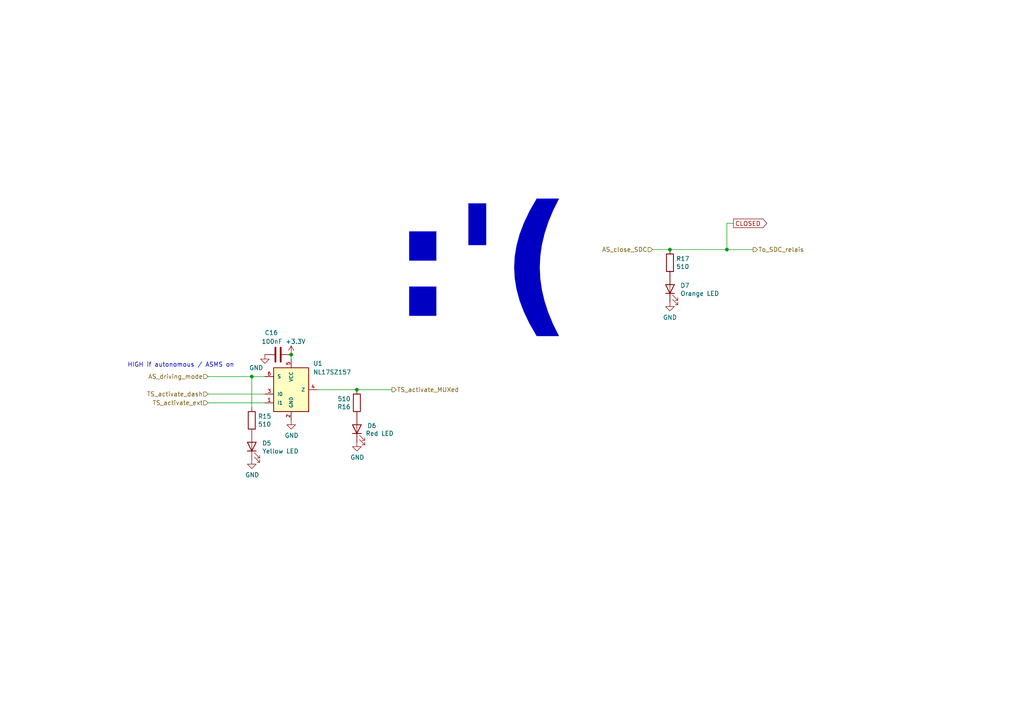
<source format=kicad_sch>
(kicad_sch (version 20230121) (generator eeschema)
  (paper "A4")
  (title_block (title "SDCL - Non-Programmable Logic") (date "2021-12-16") (rev "v1.0") (company "FaSTTUBe - Formula Student Team TU Berlin") (comment 1 "Car 113") (comment 2 "EBS Electronics") (comment 3 "Compliance for rule T 14.5.1 and T 14.5.2") (comment 4 "Hard-Wired logic for SDC relay latching and activation buttons"))
  (lib_symbols
    (symbol "Custom:NL17SZ157" (pin_names (offset 1.016))
      (property "Reference" "U" (at 0 15.24 0))
      (property "Value" "NL17SZ157" (at 0 12.7 0))
      (symbol "NL17SZ157_1_1"
        (rectangle (start -5.08 6.35) (end 5.08 -6.35) (stroke (width 0.254)) (fill (type background)))
        (pin input line (at -7.62 -3.81 0) (length 2.54) (name "I1") (number "1"))
        (pin power_in line (at 0 -8.89 90) (length 2.54) (name "GND") (number "2"))
        (pin input line (at -7.62 -1.27 0) (length 2.54) (name "I0") (number "3"))
        (pin output line (at 7.62 0 180) (length 2.54) (name "Z") (number "4"))
        (pin power_in line (at 0 8.89 270) (length 2.54) (name "VCC") (number "5"))
        (pin input line (at -7.62 3.81 0) (length 2.54) (name "S") (number "6"))
      )
    )
    (symbol "Device:C" (pin_numbers hide) (pin_names (offset 0.254))
      (property "Reference" "C" (at 0.635 2.54 0))
      (property "Value" "C" (at 0.635 -2.54 0))
      (symbol "C_0_1"
        (polyline (pts (xy -2.032 -0.762) (xy 2.032 -0.762)) (stroke (width 0.508)))
        (polyline (pts (xy -2.032 0.762) (xy 2.032 0.762)) (stroke (width 0.508)))
      )
      (symbol "C_1_1"
        (pin passive line (at 0 3.81 270) (length 2.794) (name "~") (number "1"))
        (pin passive line (at 0 -3.81 90) (length 2.794) (name "~") (number "2"))
      )
    )
    (symbol "Device:LED" (pin_numbers hide) (pin_names (offset 1.016) hide)
      (property "Reference" "D" (at 0 2.54 0))
      (property "Value" "LED" (at 0 -2.54 0))
      (symbol "LED_0_1"
        (polyline (pts (xy -1.27 -1.27) (xy -1.27 1.27)) (stroke (width 0.254)))
        (polyline (pts (xy -1.27 0) (xy 1.27 0)))
        (polyline (pts (xy 1.27 -1.27) (xy 1.27 1.27) (xy -1.27 0) (xy 1.27 -1.27)) (stroke (width 0.254)))
        (polyline (pts (xy -3.048 -0.762) (xy -4.572 -2.286) (xy -3.81 -2.286) (xy -4.572 -2.286) (xy -4.572 -1.524)))
        (polyline (pts (xy -1.778 -0.762) (xy -3.302 -2.286) (xy -2.54 -2.286) (xy -3.302 -2.286) (xy -3.302 -1.524)))
      )
      (symbol "LED_1_1"
        (pin passive line (at -3.81 0 0) (length 2.54) (name "K") (number "1"))
        (pin passive line (at 3.81 0 180) (length 2.54) (name "A") (number "2"))
      )
    )
    (symbol "Device:R" (pin_numbers hide) (pin_names (offset 0))
      (property "Reference" "R" (at 2.032 0 90))
      (property "Value" "R" (at 0 0 90))
      (symbol "R_0_1"
        (rectangle (start -1.016 -2.54) (end 1.016 2.54) (stroke (width 0.254)))
      )
      (symbol "R_1_1"
        (pin passive line (at 0 3.81 270) (length 1.27) (name "~") (number "1"))
        (pin passive line (at 0 -3.81 90) (length 1.27) (name "~") (number "2"))
      )
    )
    (symbol "power:+3.3V" (power) (pin_names (offset 0))
      (property "Value" "+3.3V" (at 0 3.556 0))
      (symbol "+3.3V_0_1"
        (polyline (pts (xy -0.762 1.27) (xy 0 2.54)))
        (polyline (pts (xy 0 0) (xy 0 2.54)))
        (polyline (pts (xy 0 2.54) (xy 0.762 1.27)))
      )
      (symbol "+3.3V_1_1"
        (pin power_in line (at 0 0 90) (length 0) hide (name "+3.3V") (number "1"))
      )
    )
    (symbol "power:GND" (power) (pin_names (offset 0))
      (property "Value" "GND" (at 0 -3.81 0))
      (symbol "GND_0_1"
        (polyline (pts (xy 0 0) (xy 0 -1.27) (xy 1.27 -1.27) (xy 0 -2.54) (xy -1.27 -1.27) (xy 0 -1.27)))
      )
      (symbol "GND_1_1"
        (pin power_in line (at 0 0 270) (length 0) hide (name "GND") (number "1"))
      )
    )
  )
  (junction (at 210.82 72.39))
  (junction (at 103.505 113.03))
  (junction (at 194.31 72.39))
  (junction (at 73.025 109.22))
  (junction (at 84.455 102.87))
  (wire (pts (xy 60.325 116.84) (xy 76.835 116.84)))
  (wire (pts (xy 84.455 102.87) (xy 84.455 104.14)))
  (wire (pts (xy 212.725 64.77) (xy 210.82 64.77)))
  (wire (pts (xy 103.505 113.03) (xy 113.665 113.03)))
  (wire (pts (xy 60.325 109.22) (xy 73.025 109.22)))
  (wire (pts (xy 73.025 109.22) (xy 73.025 118.11)))
  (wire (pts (xy 92.075 113.03) (xy 103.505 113.03)))
  (wire (pts (xy 194.31 72.39) (xy 210.82 72.39)))
  (wire (pts (xy 210.82 72.39) (xy 218.44 72.39)))
  (wire (pts (xy 194.31 72.39) (xy 189.23 72.39)))
  (wire (pts (xy 60.325 114.3) (xy 76.835 114.3)))
  (wire (pts (xy 210.82 64.77) (xy 210.82 72.39)))
  (wire (pts (xy 73.025 109.22) (xy 76.835 109.22)))
  (text ":'(" (at 113.665 105.41 0) (effects (font (size 32 32) (thickness 6.4) bold) (justify left bottom)))
  (text "HIGH if autonomous / ASMS on" (at 67.945 106.68 0) (effects (font (size 1.27 1.27)) (justify right bottom)))
  (global_label "CLOSED" (shape output) (at 212.725 64.77 0) (property "Intersheetrefs" "${INTERSHEET_REFS}" (effects hide)))
  (hierarchical_label "TS_activate_dash" (shape input) (at 60.325 114.3 180))
  (hierarchical_label "AS_close_SDC" (shape input) (at 189.23 72.39 180))
  (hierarchical_label "TS_activate_MUXed" (shape output) (at 113.665 113.03 0))
  (hierarchical_label "AS_driving_mode" (shape input) (at 60.325 109.22 180))
  (hierarchical_label "TS_activate_ext" (shape input) (at 60.325 116.84 180))
  (hierarchical_label "To_SDC_relais" (shape output) (at 218.44 72.39 0))
  (symbol (lib_id "Custom:NL17SZ157") (at 84.455 113.03 0) (unit 1)
    (property "Reference" "U1" (at 90.805 105.41 0) (effects (justify left)))
    (property "Value" "NL17SZ157" (at 90.805 107.95 0) (effects (justify left)))
    (property "Footprint" "Package_TO_SOT_SMD:SOT-23-6_Handsoldering" (effects hide))
    (property "Datasheet" "https://www.mouser.de/datasheet/2/308/1/NL17SZ157_D-2318109.pdf" (effects hide))
  )
  (symbol (lib_id "power:GND") (at 84.455 121.92 0) (unit 1)
    (property "Reference" "#PWR0116" (effects hide))
    (property "Value" "GND" (at 84.582 126.3142 0))
  )
  (symbol (lib_id "power:+3.3V") (at 84.455 102.87 0) (unit 1)
    (property "Reference" "#PWR0153" (effects hide))
    (property "Value" "+3.3V" (at 85.725 99.06 0))
  )
  (symbol (lib_id "Device:C") (at 80.645 102.87 90) (unit 1)
    (property "Reference" "C16" (at 80.645 96.52 90) (effects (justify left)))
    (property "Value" "100nF" (at 81.915 99.06 90) (effects (justify left)))
    (property "Footprint" "Capacitor_SMD:C_0603_1608Metric_Pad1.08x0.95mm_HandSolder" (effects hide))
  )
  (symbol (lib_id "power:GND") (at 76.835 102.87 0) (unit 1)
    (property "Reference" "#PWR0154" (effects hide))
    (property "Value" "GND" (at 74.295 106.68 0))
  )
  (symbol (lib_id "Device:LED") (at 73.025 129.54 90) (unit 1)
    (property "Reference" "D5" (at 76.0222 128.5494 90) (effects (justify right)))
    (property "Value" "Yellow LED" (at 76.0222 130.8608 90) (effects (justify right)))
    (property "Footprint" "Diode_SMD:D_0603_1608Metric_Pad1.05x0.95mm_HandSolder" (effects hide))
  )
  (symbol (lib_id "Device:R") (at 73.025 121.92 0) (unit 1)
    (property "Reference" "R15" (at 74.803 120.7516 0) (effects (justify left)))
    (property "Value" "510" (at 74.803 123.063 0) (effects (justify left)))
    (property "Footprint" "Resistor_SMD:R_0603_1608Metric_Pad0.98x0.95mm_HandSolder" (effects hide))
  )
  (symbol (lib_id "power:GND") (at 73.025 133.35 0) (unit 1)
    (property "Reference" "#PWR0159" (effects hide))
    (property "Value" "GND" (at 73.152 137.7442 0))
  )
  (symbol (lib_id "Device:LED") (at 194.31 83.82 90) (unit 1)
    (property "Reference" "D7" (at 197.3072 82.8294 90) (effects (justify right)))
    (property "Value" "Orange LED" (at 197.3072 85.1408 90) (effects (justify right)))
    (property "Footprint" "Diode_SMD:D_0603_1608Metric_Pad1.05x0.95mm_HandSolder" (effects hide))
  )
  (symbol (lib_id "Device:R") (at 194.31 76.2 0) (unit 1)
    (property "Reference" "R17" (at 196.088 75.0316 0) (effects (justify left)))
    (property "Value" "510" (at 196.088 77.343 0) (effects (justify left)))
    (property "Footprint" "Resistor_SMD:R_0603_1608Metric_Pad0.98x0.95mm_HandSolder" (effects hide))
  )
  (symbol (lib_id "power:GND") (at 194.31 87.63 0) (unit 1)
    (property "Reference" "#PWR0160" (effects hide))
    (property "Value" "GND" (at 194.31 92.075 0))
  )
  (symbol (lib_id "Device:LED") (at 103.505 124.46 90) (unit 1)
    (property "Reference" "D6" (at 106.5022 123.4694 90) (effects (justify right)))
    (property "Value" "Red LED" (at 106.045 125.73 90) (effects (justify right)))
    (property "Footprint" "Diode_SMD:D_0603_1608Metric_Pad1.05x0.95mm_HandSolder" (effects hide))
  )
  (symbol (lib_id "Device:R") (at 103.505 116.84 180) (unit 1)
    (property "Reference" "R16" (at 101.727 118.0084 0) (effects (justify left)))
    (property "Value" "510" (at 101.727 115.697 0) (effects (justify left)))
    (property "Footprint" "Resistor_SMD:R_0603_1608Metric_Pad0.98x0.95mm_HandSolder" (effects hide))
  )
  (symbol (lib_id "power:GND") (at 103.505 128.27 0) (unit 1)
    (property "Reference" "#PWR0161" (effects hide))
    (property "Value" "GND" (at 103.632 132.6642 0))
  )
)
</source>
